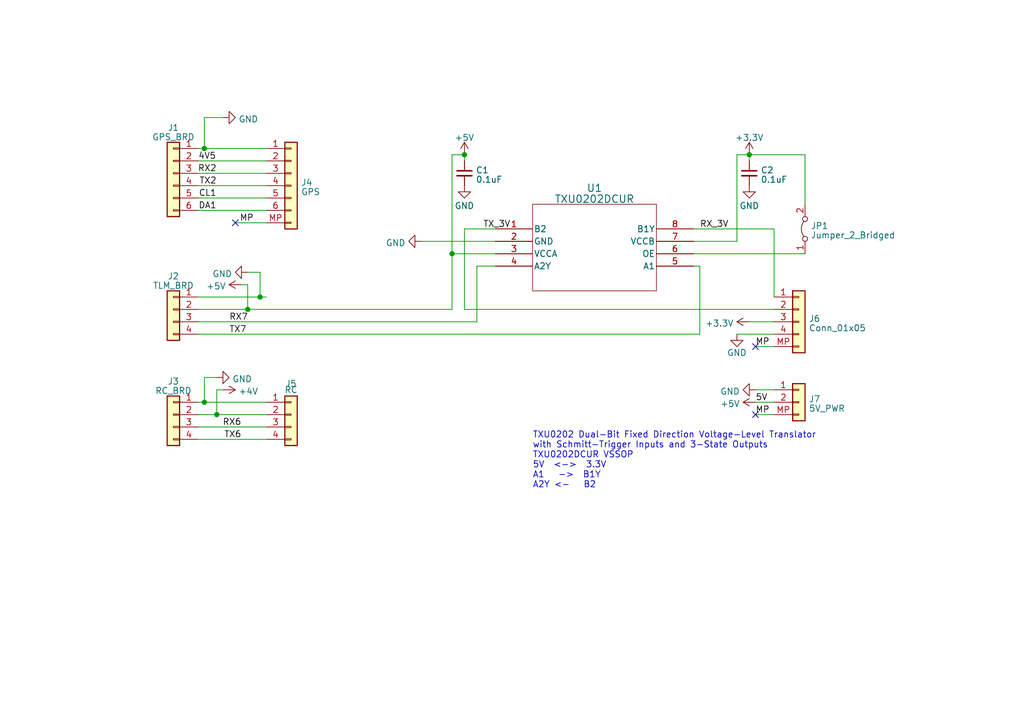
<source format=kicad_sch>
(kicad_sch (version 20230121) (generator eeschema)
  (paper "A5")
  (title_block (title "MATEK H743 WLITE RC/GPS/TLM Breakout with Level Shifter") (date "2024-01-28") (rev "1.0"))
  (lib_symbols
    (symbol "Connector_Generic:Conn_01x03" (pin_names (offset 1.016) hide)
      (property "Reference" "J6" (at 2.032 0.6437 0))
      (property "Value" "5V_PWR" (at 2.032 -1.2773 0))
      (symbol "Conn_01x03_1_1"
        (rectangle (start -1.27 -2.413) (end 0 -2.667) (stroke (width 0.1524)))
        (rectangle (start -1.27 0.127) (end 0 -0.127) (stroke (width 0.1524)))
        (rectangle (start -1.27 2.667) (end 0 2.413) (stroke (width 0.1524)))
        (rectangle (start -1.27 3.81) (end 1.27 -3.81) (stroke (width 0.254)) (fill (type background)))
        (pin passive line (at -5.08 2.54 0) (length 3.81) (name "Pin_1") (number "1"))
        (pin passive line (at -5.08 0 0) (length 3.81) (name "Pin_2") (number "2"))
        (pin passive line (at -5.08 -2.54 0) (length 3.81) (name "Pin_3") (number "MP"))
      )
    )
    (symbol "Connector_Generic:Conn_01x04" (pin_names (offset 1.016) hide)
      (property "Reference" "J" (at 0 5.08 0))
      (property "Value" "Conn_01x04" (at 0 -7.62 0))
      (symbol "Conn_01x04_1_1"
        (rectangle (start -1.27 -4.953) (end 0 -5.207) (stroke (width 0.1524)))
        (rectangle (start -1.27 -2.413) (end 0 -2.667) (stroke (width 0.1524)))
        (rectangle (start -1.27 0.127) (end 0 -0.127) (stroke (width 0.1524)))
        (rectangle (start -1.27 2.667) (end 0 2.413) (stroke (width 0.1524)))
        (rectangle (start -1.27 3.81) (end 1.27 -6.35) (stroke (width 0.254)) (fill (type background)))
        (pin passive line (at -5.08 2.54 0) (length 3.81) (name "Pin_1") (number "1"))
        (pin passive line (at -5.08 0 0) (length 3.81) (name "Pin_2") (number "2"))
        (pin passive line (at -5.08 -2.54 0) (length 3.81) (name "Pin_3") (number "3"))
        (pin passive line (at -5.08 -5.08 0) (length 3.81) (name "Pin_4") (number "4"))
      )
    )
    (symbol "Connector_Generic:Conn_01x05" (pin_names (offset 1.016) hide)
      (property "Reference" "J8" (at 2.032 0.6437 0))
      (property "Value" "Conn_01x05" (at 2.032 -1.2773 0))
      (symbol "Conn_01x05_1_1"
        (rectangle (start -1.27 -4.953) (end 0 -5.207) (stroke (width 0.1524)))
        (rectangle (start -1.27 -2.413) (end 0 -2.667) (stroke (width 0.1524)))
        (rectangle (start -1.27 0.127) (end 0 -0.127) (stroke (width 0.1524)))
        (rectangle (start -1.27 2.667) (end 0 2.413) (stroke (width 0.1524)))
        (rectangle (start -1.27 5.207) (end 0 4.953) (stroke (width 0.1524)))
        (rectangle (start -1.27 6.35) (end 1.27 -6.35) (stroke (width 0.254)) (fill (type background)))
        (pin passive line (at -5.08 5.08 0) (length 3.81) (name "Pin_1") (number "1"))
        (pin passive line (at -5.08 2.54 0) (length 3.81) (name "Pin_2") (number "2"))
        (pin passive line (at -5.08 0 0) (length 3.81) (name "Pin_3") (number "3"))
        (pin passive line (at -5.08 -2.54 0) (length 3.81) (name "Pin_4") (number "4"))
        (pin passive line (at -5.08 -5.08 0) (length 3.81) (name "Pin_5") (number "MP"))
      )
    )
    (symbol "Connector_Generic:Conn_01x06" (pin_names (offset 1.016) hide)
      (property "Reference" "J" (at 0 7.62 0))
      (property "Value" "Conn_01x06" (at 0 -10.16 0))
      (symbol "Conn_01x06_1_1"
        (rectangle (start -1.27 -7.493) (end 0 -7.747) (stroke (width 0.1524)))
        (rectangle (start -1.27 -4.953) (end 0 -5.207) (stroke (width 0.1524)))
        (rectangle (start -1.27 -2.413) (end 0 -2.667) (stroke (width 0.1524)))
        (rectangle (start -1.27 0.127) (end 0 -0.127) (stroke (width 0.1524)))
        (rectangle (start -1.27 2.667) (end 0 2.413) (stroke (width 0.1524)))
        (rectangle (start -1.27 5.207) (end 0 4.953) (stroke (width 0.1524)))
        (rectangle (start -1.27 6.35) (end 1.27 -8.89) (stroke (width 0.254)) (fill (type background)))
        (pin passive line (at -5.08 5.08 0) (length 3.81) (name "Pin_1") (number "1"))
        (pin passive line (at -5.08 2.54 0) (length 3.81) (name "Pin_2") (number "2"))
        (pin passive line (at -5.08 0 0) (length 3.81) (name "Pin_3") (number "3"))
        (pin passive line (at -5.08 -2.54 0) (length 3.81) (name "Pin_4") (number "4"))
        (pin passive line (at -5.08 -5.08 0) (length 3.81) (name "Pin_5") (number "5"))
        (pin passive line (at -5.08 -7.62 0) (length 3.81) (name "Pin_6") (number "6"))
      )
    )
    (symbol "Connector_Generic:Conn_01x07" (pin_names (offset 1.016) hide)
      (property "Reference" "J4" (at 2.032 0.6437 0))
      (property "Value" "GPS" (at 2.032 -1.2773 0))
      (symbol "Conn_01x07_1_1"
        (rectangle (start -1.27 -7.493) (end 0 -7.747) (stroke (width 0.1524)))
        (rectangle (start -1.27 -4.953) (end 0 -5.207) (stroke (width 0.1524)))
        (rectangle (start -1.27 -2.413) (end 0 -2.667) (stroke (width 0.1524)))
        (rectangle (start -1.27 0.127) (end 0 -0.127) (stroke (width 0.1524)))
        (rectangle (start -1.27 2.667) (end 0 2.413) (stroke (width 0.1524)))
        (rectangle (start -1.27 5.207) (end 0 4.953) (stroke (width 0.1524)))
        (rectangle (start -1.27 7.747) (end 0 7.493) (stroke (width 0.1524)))
        (rectangle (start -1.27 8.89) (end 1.27 -8.89) (stroke (width 0.254)) (fill (type background)))
        (pin passive line (at -5.08 7.62 0) (length 3.81) (name "Pin_1") (number "1"))
        (pin passive line (at -5.08 5.08 0) (length 3.81) (name "Pin_2") (number "2"))
        (pin passive line (at -5.08 2.54 0) (length 3.81) (name "Pin_3") (number "3"))
        (pin passive line (at -5.08 0 0) (length 3.81) (name "Pin_4") (number "4"))
        (pin passive line (at -5.08 -2.54 0) (length 3.81) (name "Pin_5") (number "5"))
        (pin passive line (at -5.08 -5.08 0) (length 3.81) (name "Pin_6") (number "6"))
        (pin passive line (at -5.08 -7.62 0) (length 3.81) (name "Pin_7") (number "MP"))
      )
    )
    (symbol "Device:C_Small" (pin_numbers hide) (pin_names (offset 0.254) hide)
      (property "Reference" "C" (at 0.254 1.778 0))
      (property "Value" "C_Small" (at 0.254 -2.032 0))
      (symbol "C_Small_0_1"
        (polyline (pts (xy -1.524 -0.508) (xy 1.524 -0.508)) (stroke (width 0.3302)))
        (polyline (pts (xy -1.524 0.508) (xy 1.524 0.508)) (stroke (width 0.3048)))
      )
      (symbol "C_Small_1_1"
        (pin passive line (at 0 2.54 270) (length 2.032) (name "~") (number "1"))
        (pin passive line (at 0 -2.54 90) (length 2.032) (name "~") (number "2"))
      )
    )
    (symbol "Jumper:Jumper_2_Bridged" (pin_names (offset 0) hide)
      (property "Reference" "JP" (at 0 1.905 0))
      (property "Value" "Jumper_2_Bridged" (at 0 -2.54 0))
      (symbol "Jumper_2_Bridged_0_0"
        (circle (center -2.032 0) (radius 0.508))
        (circle (center 2.032 0) (radius 0.508))
      )
      (symbol "Jumper_2_Bridged_0_1"
        (arc (start 1.524 0.254) (mid 0 0.762) (end -1.524 0.254))
      )
      (symbol "Jumper_2_Bridged_1_1"
        (pin passive line (at -5.08 0 0) (length 2.54) (name "A") (number "1"))
        (pin passive line (at 5.08 0 180) (length 2.54) (name "B") (number "2"))
      )
    )
    (symbol "Project_Library:TXU0202DCUR" (pin_names (offset 0.254))
      (property "Reference" "U" (at 20.32 10.16 0))
      (property "Value" "TXU0202DCUR" (at 20.32 7.62 0))
      (symbol "TXU0202DCUR_0_1"
        (polyline (pts (xy 7.62 -12.7) (xy 33.02 -12.7)) (stroke (width 0.127)))
        (polyline (pts (xy 7.62 5.08) (xy 7.62 -12.7)) (stroke (width 0.127)))
        (polyline (pts (xy 33.02 -12.7) (xy 33.02 5.08)) (stroke (width 0.127)))
        (polyline (pts (xy 33.02 5.08) (xy 7.62 5.08)) (stroke (width 0.127)))
        (pin input line (at 0 0 0) (length 7.62) (name "B2") (number "1"))
        (pin power_out line (at 0 -2.54 0) (length 7.62) (name "GND") (number "2"))
        (pin power_in line (at 0 -5.08 0) (length 7.62) (name "VCCA") (number "3"))
        (pin output line (at 0 -7.62 0) (length 7.62) (name "A2Y") (number "4"))
        (pin input line (at 40.64 -7.62 180) (length 7.62) (name "A1") (number "5"))
        (pin input line (at 40.64 -5.08 180) (length 7.62) (name "OE") (number "6"))
        (pin power_in line (at 40.64 -2.54 180) (length 7.62) (name "VCCB") (number "7"))
        (pin output line (at 40.64 0 180) (length 7.62) (name "B1Y") (number "8"))
      )
    )
    (symbol "power:+3.3V" (power) (pin_names (offset 0))
      (property "Value" "+3.3V" (at 0 3.556 0))
      (symbol "+3.3V_0_1"
        (polyline (pts (xy -0.762 1.27) (xy 0 2.54)))
        (polyline (pts (xy 0 0) (xy 0 2.54)))
        (polyline (pts (xy 0 2.54) (xy 0.762 1.27)))
      )
      (symbol "+3.3V_1_1"
        (pin power_in line (at 0 0 90) (length 0) hide (name "+3.3V") (number "1"))
      )
    )
    (symbol "power:+4V" (power) (pin_names (offset 0))
      (property "Value" "+4V" (at 0 3.556 0))
      (symbol "+4V_0_1"
        (polyline (pts (xy -0.762 1.27) (xy 0 2.54)))
        (polyline (pts (xy 0 0) (xy 0 2.54)))
        (polyline (pts (xy 0 2.54) (xy 0.762 1.27)))
      )
      (symbol "+4V_1_1"
        (pin power_in line (at 0 0 90) (length 0) hide (name "+4V") (number "1"))
      )
    )
    (symbol "power:+5V" (power) (pin_names (offset 0))
      (property "Value" "+5V" (at 0 3.556 0))
      (symbol "+5V_0_1"
        (polyline (pts (xy -0.762 1.27) (xy 0 2.54)))
        (polyline (pts (xy 0 0) (xy 0 2.54)))
        (polyline (pts (xy 0 2.54) (xy 0.762 1.27)))
      )
      (symbol "+5V_1_1"
        (pin power_in line (at 0 0 90) (length 0) hide (name "+5V") (number "1"))
      )
    )
    (symbol "power:GND" (power) (pin_names (offset 0))
      (property "Value" "GND" (at 0 -3.81 0))
      (symbol "GND_0_1"
        (polyline (pts (xy 0 0) (xy 0 -1.27) (xy 1.27 -1.27) (xy 0 -2.54) (xy -1.27 -1.27) (xy 0 -1.27)))
      )
      (symbol "GND_1_1"
        (pin power_in line (at 0 0 270) (length 0) hide (name "GND") (number "1"))
      )
    )
  )
  (junction (at 41.91 30.48))
  (junction (at 53.34 60.96))
  (junction (at 44.45 85.09))
  (junction (at 41.91 82.55))
  (junction (at 95.25 31.75))
  (junction (at 153.67 31.75))
  (junction (at 50.8 63.5))
  (junction (at 92.71 52.07))
  (no_connect (at 154.94 71.12))
  (no_connect (at 48.26 45.72))
  (no_connect (at 154.94 85.09))
  (wire (pts (xy 40.64 68.58) (xy 143.51 68.58)))
  (wire (pts (xy 50.8 63.5) (xy 92.71 63.5)))
  (wire (pts (xy 40.64 33.02) (xy 54.61 33.02)))
  (wire (pts (xy 54.61 87.63) (xy 40.64 87.63)))
  (wire (pts (xy 40.64 66.04) (xy 97.79 66.04)))
  (wire (pts (xy 41.91 30.48) (xy 40.64 30.48)))
  (wire (pts (xy 50.8 55.88) (xy 53.34 55.88)))
  (wire (pts (xy 41.91 24.13) (xy 41.91 30.48)))
  (wire (pts (xy 54.61 40.64) (xy 40.64 40.64)))
  (wire (pts (xy 95.25 63.5) (xy 158.75 63.5)))
  (wire (pts (xy 95.25 46.99) (xy 101.6 46.99)))
  (wire (pts (xy 154.94 85.09) (xy 158.75 85.09)))
  (wire (pts (xy 151.13 31.75) (xy 153.67 31.75)))
  (wire (pts (xy 165.1 41.91) (xy 165.1 31.75)))
  (wire (pts (xy 53.34 55.88) (xy 53.34 60.96)))
  (wire (pts (xy 44.45 85.09) (xy 40.64 85.09)))
  (wire (pts (xy 92.71 31.75) (xy 92.71 52.07)))
  (wire (pts (xy 154.94 71.12) (xy 158.75 71.12)))
  (wire (pts (xy 92.71 52.07) (xy 101.6 52.07)))
  (wire (pts (xy 143.51 54.61) (xy 142.24 54.61)))
  (wire (pts (xy 54.61 30.48) (xy 41.91 30.48)))
  (wire (pts (xy 40.64 60.96) (xy 53.34 60.96)))
  (wire (pts (xy 95.25 31.75) (xy 92.71 31.75)))
  (wire (pts (xy 54.61 38.1) (xy 40.64 38.1)))
  (wire (pts (xy 154.94 82.55) (xy 158.75 82.55)))
  (wire (pts (xy 54.61 43.18) (xy 40.64 43.18)))
  (wire (pts (xy 54.61 82.55) (xy 41.91 82.55)))
  (wire (pts (xy 95.25 46.99) (xy 95.25 63.5)))
  (wire (pts (xy 54.61 90.17) (xy 40.64 90.17)))
  (wire (pts (xy 41.91 82.55) (xy 40.64 82.55)))
  (wire (pts (xy 49.53 58.42) (xy 50.8 58.42)))
  (wire (pts (xy 154.94 80.01) (xy 158.75 80.01)))
  (wire (pts (xy 142.24 52.07) (xy 165.1 52.07)))
  (wire (pts (xy 92.71 63.5) (xy 92.71 52.07)))
  (wire (pts (xy 151.13 49.53) (xy 151.13 31.75)))
  (wire (pts (xy 95.25 33.02) (xy 95.25 31.75)))
  (wire (pts (xy 97.79 66.04) (xy 97.79 54.61)))
  (wire (pts (xy 101.6 49.53) (xy 86.36 49.53)))
  (wire (pts (xy 165.1 31.75) (xy 153.67 31.75)))
  (wire (pts (xy 151.13 68.58) (xy 158.75 68.58)))
  (wire (pts (xy 53.34 60.96) (xy 54.61 60.96)))
  (wire (pts (xy 40.64 63.5) (xy 50.8 63.5)))
  (wire (pts (xy 158.75 60.96) (xy 158.75 46.99)))
  (wire (pts (xy 50.8 58.42) (xy 50.8 63.5)))
  (wire (pts (xy 153.67 31.75) (xy 153.67 33.02)))
  (wire (pts (xy 54.61 45.72) (xy 48.26 45.72)))
  (wire (pts (xy 153.67 66.04) (xy 158.75 66.04)))
  (wire (pts (xy 44.45 77.47) (xy 41.91 77.47)))
  (wire (pts (xy 45.72 80.01) (xy 44.45 80.01)))
  (wire (pts (xy 97.79 54.61) (xy 101.6 54.61)))
  (wire (pts (xy 44.45 80.01) (xy 44.45 85.09)))
  (wire (pts (xy 143.51 68.58) (xy 143.51 54.61)))
  (wire (pts (xy 142.24 49.53) (xy 151.13 49.53)))
  (wire (pts (xy 54.61 35.56) (xy 40.64 35.56)))
  (wire (pts (xy 41.91 77.47) (xy 41.91 82.55)))
  (wire (pts (xy 158.75 46.99) (xy 142.24 46.99)))
  (wire (pts (xy 54.61 85.09) (xy 44.45 85.09)))
  (wire (pts (xy 45.72 24.13) (xy 41.91 24.13)))
  (text "TXU0202 Dual-Bit Fixed Direction Voltage-Level Translator\nwith Schmitt-Trigger Inputs and 3-State Outputs\nTXU0202DCUR VSSOP\n5V  <->  3.3V\nA1   ->  B1Y\nA2Y <-   B2" (at 109.22 100.33 0) (effects (font (size 1.27 1.27)) (justify left bottom)))
  (label "RX6" (at 49.53 87.63 180))
  (label "5V" (at 154.94 82.55 0))
  (label "4V5" (at 40.64 33.02 0))
  (label "RX_3V" (at 143.51 46.99 0))
  (label "TX2" (at 44.45 38.1 180))
  (label "RX7" (at 46.99 66.04 0))
  (label "MP" (at 154.94 85.09 0))
  (label "CL1" (at 44.45 40.64 180))
  (label "TX7" (at 46.99 68.58 0))
  (label "MP" (at 52.07 45.72 180))
  (label "DA1" (at 44.45 43.18 180))
  (label "RX2" (at 44.45 35.56 180))
  (label "TX_3V" (at 99.06 46.99 0))
  (label "MP" (at 154.94 71.12 0))
  (label "TX6" (at 49.53 90.17 180))
  (symbol (lib_id "Connector_Generic:Conn_01x04") (at 59.69 85.09 0) (unit 1)
    (property "Reference" "J5" (at 59.69 78.74 0))
    (property "Value" "RC" (at 59.69 80.01 0))
    (property "Footprint" "Connector_PinHeader_2.54mm:PinHeader_1x04_P2.54mm_Horizontal" (effects hide))
  )
  (symbol (lib_id "power:+5V") (at 154.94 82.55 90) (unit 1)
    (property "Reference" "#PWR014" (effects hide))
    (property "Value" "+5V" (at 151.7651 82.8668 90) (effects (justify left)))
  )
  (symbol (lib_id "power:GND") (at 153.67 38.1 0) (unit 1)
    (property "Reference" "#PWR011" (effects hide))
    (property "Value" "GND" (at 153.67 42.2355 0))
  )
  (symbol (lib_id "Connector_Generic:Conn_01x04") (at 35.56 85.09 0) (mirror y) (unit 1)
    (property "Reference" "J3" (at 35.56 78.2701 0))
    (property "Value" "RC_BRD" (at 35.56 80.1911 0))
    (property "Footprint" "Connector_PinSocket_2.54mm:PinSocket_1x04_P2.54mm_Vertical" (effects hide))
  )
  (symbol (lib_id "Project_Library:TXU0202DCUR") (at 101.6 46.99 0) (unit 1)
    (property "Reference" "U1" (at 121.92 38.5904 0) (effects (font (size 1.524 1.524))))
    (property "Value" "TXU0202DCUR" (at 121.92 40.8446 0) (effects (font (size 1.524 1.524))))
    (property "Footprint" "Common_SO:SO8_DCU_TEX-M" (effects hide))
    (property "Datasheet" "https://www.ti.com/lit/gpn/txu0202" (effects hide))
  )
  (symbol (lib_id "Connector_Generic:Conn_01x07") (at 59.69 38.1 0) (unit 1)
    (property "Reference" "J4" (at 61.722 37.4563 0) (effects (justify left)))
    (property "Value" "GPS" (at 61.722 39.3773 0) (effects (justify left)))
    (property "Footprint" "Common_Conn:JST_SH_SM06B-SRSS-TB_1x06-1MP_P1.00mm_Horizontal" (effects hide))
  )
  (symbol (lib_id "Connector_Generic:Conn_01x04") (at 35.56 63.5 0) (mirror y) (unit 1)
    (property "Reference" "J2" (at 35.56 56.6801 0))
    (property "Value" "TLM_BRD" (at 35.56 58.6011 0))
    (property "Footprint" "Connector_PinSocket_2.54mm:PinSocket_1x04_P2.54mm_Vertical" (effects hide))
  )
  (symbol (lib_id "Jumper:Jumper_2_Bridged") (at 165.1 46.99 90) (unit 1)
    (property "Reference" "JP1" (at 166.243 46.3463 90) (effects (justify right)))
    (property "Value" "Jumper_2_Bridged" (at 166.243 48.2673 90) (effects (justify right)))
    (property "Footprint" "Jumper:SolderJumper-2_P1.3mm_Bridged_RoundedPad1.0x1.5mm" (effects hide))
  )
  (symbol (lib_id "power:+3.3V") (at 153.67 66.04 90) (unit 1)
    (property "Reference" "#PWR012" (effects hide))
    (property "Value" "+3.3V" (at 150.495 66.3568 90) (effects (justify left)))
  )
  (symbol (lib_id "Connector_Generic:Conn_01x05") (at 163.83 66.04 0) (unit 1)
    (property "Reference" "J6" (at 165.862 65.3963 0) (effects (justify left)))
    (property "Value" "Conn_01x05" (at 165.862 67.3173 0) (effects (justify left)))
    (property "Footprint" "Common_Conn:JST_SH_SM04B-SRSS-TB_1x04-1MP_P1.00mm_Horizontal" (effects hide))
  )
  (symbol (lib_id "power:GND") (at 50.8 55.88 270) (unit 1)
    (property "Reference" "#PWR05" (effects hide))
    (property "Value" "GND" (at 47.6251 56.1968 90) (effects (justify right)))
  )
  (symbol (lib_id "power:GND") (at 44.45 77.47 90) (mirror x) (unit 1)
    (property "Reference" "#PWR01" (effects hide))
    (property "Value" "GND" (at 47.6249 77.7868 90) (effects (justify right)))
  )
  (symbol (lib_id "power:GND") (at 151.13 68.58 0) (unit 1)
    (property "Reference" "#PWR09" (effects hide))
    (property "Value" "GND" (at 151.13 72.39 0))
  )
  (symbol (lib_id "Device:C_Small") (at 95.25 35.56 0) (unit 1)
    (property "Reference" "C1" (at 97.5741 34.9226 0) (effects (justify left)))
    (property "Value" "0.1uF" (at 97.5741 36.8436 0) (effects (justify left)))
    (property "Footprint" "Capacitor_SMD:C_0805_2012Metric_Pad1.18x1.45mm_HandSolder" (effects hide))
  )
  (symbol (lib_id "power:+3.3V") (at 153.67 31.75 0) (unit 1)
    (property "Reference" "#PWR010" (effects hide))
    (property "Value" "+3.3V" (at 153.67 28.2481 0))
  )
  (symbol (lib_id "power:GND") (at 86.36 49.53 270) (unit 1)
    (property "Reference" "#PWR06" (effects hide))
    (property "Value" "GND" (at 83.1851 49.8468 90) (effects (justify right)))
  )
  (symbol (lib_id "power:GND") (at 45.72 24.13 90) (mirror x) (unit 1)
    (property "Reference" "#PWR02" (effects hide))
    (property "Value" "GND" (at 48.8949 24.4468 90) (effects (justify right)))
  )
  (symbol (lib_id "power:+5V") (at 49.53 58.42 90) (unit 1)
    (property "Reference" "#PWR04" (effects hide))
    (property "Value" "+5V" (at 46.3551 58.7368 90) (effects (justify left)))
  )
  (symbol (lib_id "power:GND") (at 154.94 80.01 270) (unit 1)
    (property "Reference" "#PWR013" (effects hide))
    (property "Value" "GND" (at 151.7651 80.3268 90) (effects (justify right)))
  )
  (symbol (lib_id "power:+4V") (at 45.72 80.01 270) (mirror x) (unit 1)
    (property "Reference" "#PWR03" (effects hide))
    (property "Value" "+4V" (at 48.8949 80.3268 90) (effects (justify left)))
  )
  (symbol (lib_id "Connector_Generic:Conn_01x06") (at 35.56 35.56 0) (mirror y) (unit 1)
    (property "Reference" "J1" (at 35.56 26.2001 0))
    (property "Value" "GPS_BRD" (at 35.56 28.1211 0))
    (property "Footprint" "Connector_PinSocket_2.54mm:PinSocket_1x06_P2.54mm_Vertical" (effects hide))
  )
  (symbol (lib_id "Connector_Generic:Conn_01x03") (at 163.83 82.55 0) (unit 1)
    (property "Reference" "J7" (at 165.862 81.9063 0) (effects (justify left)))
    (property "Value" "5V_PWR" (at 165.862 83.8273 0) (effects (justify left)))
    (property "Footprint" "Connector_JST:JST_SH_SM02B-SRSS-TB_1x02-1MP_P1.00mm_Horizontal" (effects hide))
  )
  (symbol (lib_id "power:GND") (at 95.25 38.1 0) (unit 1)
    (property "Reference" "#PWR08" (effects hide))
    (property "Value" "GND" (at 95.25 42.2355 0))
  )
  (symbol (lib_id "Device:C_Small") (at 153.67 35.56 0) (unit 1)
    (property "Reference" "C2" (at 155.9941 34.9226 0) (effects (justify left)))
    (property "Value" "0.1uF" (at 155.9941 36.8436 0) (effects (justify left)))
    (property "Footprint" "Capacitor_SMD:C_0805_2012Metric_Pad1.18x1.45mm_HandSolder" (effects hide))
  )
  (symbol (lib_id "power:+5V") (at 95.25 31.75 0) (unit 1)
    (property "Reference" "#PWR07" (effects hide))
    (property "Value" "+5V" (at 95.25 28.2481 0))
  )
)
</source>
